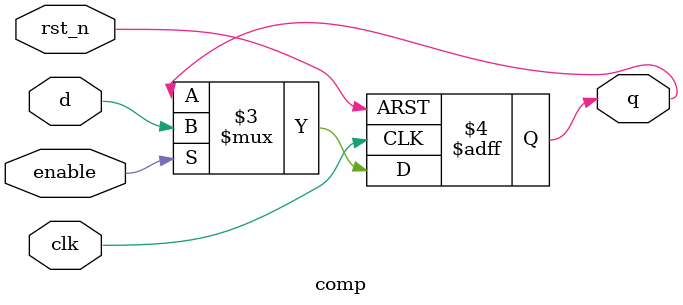
<source format=v>
module comp(rst_n, enable, clk, q, d);
    input d, rst_n, clk, enable;
    output q;
    
    wire d, rst_n, clk, enable;
    reg q;
    
    always @(posedge clk or negedge rst_n) begin
        if (!rst_n) begin
            q <= 10'd0;
        end
        else begin
            q <= enable ? d : q;
        end
        end

endmodule
</source>
